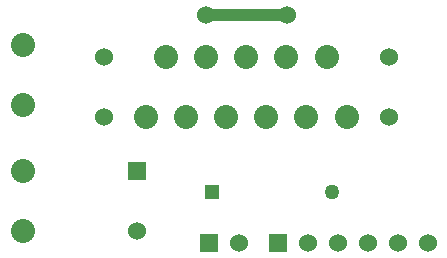
<source format=gbr>
G04 Title: (unknown), layergroup #2 *
G04 Creator: pcb-bin 1.99p *
G04 CreationDate: Wed Dec  8 04:36:31 2004 UTC *
G04 For: alan *
G04 Format: Gerber/RS-274X *
G04 PCB-Dimensions: 157500 99500 *
G04 PCB-Coordinate-Origin: lower left *
%MOIN*%
%FSLAX24Y24*%
G04 contains layers component (3) GND-comp (4) Vcc-comp (5) *
%IPPOS*%
%ADD11C,0.0400*%
%ADD12R,0.0500X0.0500*%
%ADD13C,0.0500*%
%ADD14C,0.0200*%
%ADD15C,0.0080*%
%ADD16C,0.0800*%
%ADD17C,0.0100*%
%ADD18R,0.0600X0.0600*%
%ADD19C,0.0600*%
%ADD20C,0.0150*%
%ADD21C,0.0110*%
%LNGROUP_1*%
%LPD*%
G01X0Y0D02*
G54D11*X7600Y8750D02*X10300D01*
G54D12*X7800Y2850D03*
G54D13*X11800D03*
G54D16*X1500Y5750D03*
Y7750D03*
G54D18*X10000Y1150D03*
G54D19*X11000D03*
X12000D03*
X13000D03*
X14000D03*
X15000D03*
X4200Y7350D03*
Y5350D03*
G54D16*X5600D03*
X7610Y7350D03*
X10960Y5350D03*
X6270Y7350D03*
X6940Y5350D03*
X10290Y7350D03*
X8950D03*
X8280Y5350D03*
X11630Y7350D03*
X9620Y5350D03*
X12300D03*
G54D19*X13700D03*
Y7350D03*
G54D18*X5300Y3550D03*
G54D19*Y1550D03*
G54D16*X1500D03*
Y3550D03*
G54D18*X7700Y1150D03*
G54D19*X8700D03*
X7600Y8750D03*
X10300D03*
M02*

</source>
